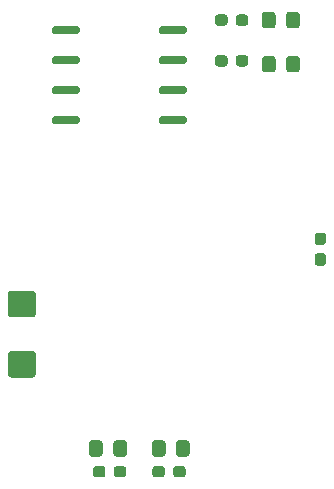
<source format=gbr>
%TF.GenerationSoftware,KiCad,Pcbnew,5.1.10*%
%TF.CreationDate,2021-08-09T17:29:30+03:00*%
%TF.ProjectId,stm32,73746d33-322e-46b6-9963-61645f706362,rev?*%
%TF.SameCoordinates,Original*%
%TF.FileFunction,Paste,Bot*%
%TF.FilePolarity,Positive*%
%FSLAX46Y46*%
G04 Gerber Fmt 4.6, Leading zero omitted, Abs format (unit mm)*
G04 Created by KiCad (PCBNEW 5.1.10) date 2021-08-09 17:29:30*
%MOMM*%
%LPD*%
G01*
G04 APERTURE LIST*
G04 APERTURE END LIST*
%TO.C,C2*%
G36*
G01*
X94549800Y-116556800D02*
X94549800Y-116081800D01*
G75*
G02*
X94787300Y-115844300I237500J0D01*
G01*
X95362300Y-115844300D01*
G75*
G02*
X95599800Y-116081800I0J-237500D01*
G01*
X95599800Y-116556800D01*
G75*
G02*
X95362300Y-116794300I-237500J0D01*
G01*
X94787300Y-116794300D01*
G75*
G02*
X94549800Y-116556800I0J237500D01*
G01*
G37*
G36*
G01*
X96299800Y-116556800D02*
X96299800Y-116081800D01*
G75*
G02*
X96537300Y-115844300I237500J0D01*
G01*
X97112300Y-115844300D01*
G75*
G02*
X97349800Y-116081800I0J-237500D01*
G01*
X97349800Y-116556800D01*
G75*
G02*
X97112300Y-116794300I-237500J0D01*
G01*
X96537300Y-116794300D01*
G75*
G02*
X96299800Y-116556800I0J237500D01*
G01*
G37*
%TD*%
%TO.C,C3*%
G36*
G01*
X90570600Y-116081800D02*
X90570600Y-116556800D01*
G75*
G02*
X90333100Y-116794300I-237500J0D01*
G01*
X89758100Y-116794300D01*
G75*
G02*
X89520600Y-116556800I0J237500D01*
G01*
X89520600Y-116081800D01*
G75*
G02*
X89758100Y-115844300I237500J0D01*
G01*
X90333100Y-115844300D01*
G75*
G02*
X90570600Y-116081800I0J-237500D01*
G01*
G37*
G36*
G01*
X92320600Y-116081800D02*
X92320600Y-116556800D01*
G75*
G02*
X92083100Y-116794300I-237500J0D01*
G01*
X91508100Y-116794300D01*
G75*
G02*
X91270600Y-116556800I0J237500D01*
G01*
X91270600Y-116081800D01*
G75*
G02*
X91508100Y-115844300I237500J0D01*
G01*
X92083100Y-115844300D01*
G75*
G02*
X92320600Y-116081800I0J-237500D01*
G01*
G37*
%TD*%
%TO.C,C13*%
G36*
G01*
X84414801Y-108348400D02*
X82564799Y-108348400D01*
G75*
G02*
X82314800Y-108098401I0J249999D01*
G01*
X82314800Y-106348399D01*
G75*
G02*
X82564799Y-106098400I249999J0D01*
G01*
X84414801Y-106098400D01*
G75*
G02*
X84664800Y-106348399I0J-249999D01*
G01*
X84664800Y-108098401D01*
G75*
G02*
X84414801Y-108348400I-249999J0D01*
G01*
G37*
G36*
G01*
X84414801Y-103248400D02*
X82564799Y-103248400D01*
G75*
G02*
X82314800Y-102998401I0J249999D01*
G01*
X82314800Y-101248399D01*
G75*
G02*
X82564799Y-100998400I249999J0D01*
G01*
X84414801Y-100998400D01*
G75*
G02*
X84664800Y-101248399I0J-249999D01*
G01*
X84664800Y-102998401D01*
G75*
G02*
X84414801Y-103248400I-249999J0D01*
G01*
G37*
%TD*%
%TO.C,D1*%
G36*
G01*
X103819000Y-78529601D02*
X103819000Y-77629599D01*
G75*
G02*
X104068999Y-77379600I249999J0D01*
G01*
X104719001Y-77379600D01*
G75*
G02*
X104969000Y-77629599I0J-249999D01*
G01*
X104969000Y-78529601D01*
G75*
G02*
X104719001Y-78779600I-249999J0D01*
G01*
X104068999Y-78779600D01*
G75*
G02*
X103819000Y-78529601I0J249999D01*
G01*
G37*
G36*
G01*
X105869000Y-78529601D02*
X105869000Y-77629599D01*
G75*
G02*
X106118999Y-77379600I249999J0D01*
G01*
X106769001Y-77379600D01*
G75*
G02*
X107019000Y-77629599I0J-249999D01*
G01*
X107019000Y-78529601D01*
G75*
G02*
X106769001Y-78779600I-249999J0D01*
G01*
X106118999Y-78779600D01*
G75*
G02*
X105869000Y-78529601I0J249999D01*
G01*
G37*
%TD*%
%TO.C,D3*%
G36*
G01*
X103819000Y-82263401D02*
X103819000Y-81363399D01*
G75*
G02*
X104068999Y-81113400I249999J0D01*
G01*
X104719001Y-81113400D01*
G75*
G02*
X104969000Y-81363399I0J-249999D01*
G01*
X104969000Y-82263401D01*
G75*
G02*
X104719001Y-82513400I-249999J0D01*
G01*
X104068999Y-82513400D01*
G75*
G02*
X103819000Y-82263401I0J249999D01*
G01*
G37*
G36*
G01*
X105869000Y-82263401D02*
X105869000Y-81363399D01*
G75*
G02*
X106118999Y-81113400I249999J0D01*
G01*
X106769001Y-81113400D01*
G75*
G02*
X107019000Y-81363399I0J-249999D01*
G01*
X107019000Y-82263401D01*
G75*
G02*
X106769001Y-82513400I-249999J0D01*
G01*
X106118999Y-82513400D01*
G75*
G02*
X105869000Y-82263401I0J249999D01*
G01*
G37*
%TD*%
%TO.C,D4*%
G36*
G01*
X96554600Y-114800801D02*
X96554600Y-113900799D01*
G75*
G02*
X96804599Y-113650800I249999J0D01*
G01*
X97454601Y-113650800D01*
G75*
G02*
X97704600Y-113900799I0J-249999D01*
G01*
X97704600Y-114800801D01*
G75*
G02*
X97454601Y-115050800I-249999J0D01*
G01*
X96804599Y-115050800D01*
G75*
G02*
X96554600Y-114800801I0J249999D01*
G01*
G37*
G36*
G01*
X94504600Y-114800801D02*
X94504600Y-113900799D01*
G75*
G02*
X94754599Y-113650800I249999J0D01*
G01*
X95404601Y-113650800D01*
G75*
G02*
X95654600Y-113900799I0J-249999D01*
G01*
X95654600Y-114800801D01*
G75*
G02*
X95404601Y-115050800I-249999J0D01*
G01*
X94754599Y-115050800D01*
G75*
G02*
X94504600Y-114800801I0J249999D01*
G01*
G37*
%TD*%
%TO.C,D6*%
G36*
G01*
X90338600Y-113900799D02*
X90338600Y-114800801D01*
G75*
G02*
X90088601Y-115050800I-249999J0D01*
G01*
X89438599Y-115050800D01*
G75*
G02*
X89188600Y-114800801I0J249999D01*
G01*
X89188600Y-113900799D01*
G75*
G02*
X89438599Y-113650800I249999J0D01*
G01*
X90088601Y-113650800D01*
G75*
G02*
X90338600Y-113900799I0J-249999D01*
G01*
G37*
G36*
G01*
X92388600Y-113900799D02*
X92388600Y-114800801D01*
G75*
G02*
X92138601Y-115050800I-249999J0D01*
G01*
X91488599Y-115050800D01*
G75*
G02*
X91238600Y-114800801I0J249999D01*
G01*
X91238600Y-113900799D01*
G75*
G02*
X91488599Y-113650800I249999J0D01*
G01*
X92138601Y-113650800D01*
G75*
G02*
X92388600Y-113900799I0J-249999D01*
G01*
G37*
%TD*%
%TO.C,R17*%
G36*
G01*
X108525300Y-96071200D02*
X109000300Y-96071200D01*
G75*
G02*
X109237800Y-96308700I0J-237500D01*
G01*
X109237800Y-96883700D01*
G75*
G02*
X109000300Y-97121200I-237500J0D01*
G01*
X108525300Y-97121200D01*
G75*
G02*
X108287800Y-96883700I0J237500D01*
G01*
X108287800Y-96308700D01*
G75*
G02*
X108525300Y-96071200I237500J0D01*
G01*
G37*
G36*
G01*
X108525300Y-97821200D02*
X109000300Y-97821200D01*
G75*
G02*
X109237800Y-98058700I0J-237500D01*
G01*
X109237800Y-98633700D01*
G75*
G02*
X109000300Y-98871200I-237500J0D01*
G01*
X108525300Y-98871200D01*
G75*
G02*
X108287800Y-98633700I0J237500D01*
G01*
X108287800Y-98058700D01*
G75*
G02*
X108525300Y-97821200I237500J0D01*
G01*
G37*
%TD*%
%TO.C,R3*%
G36*
G01*
X100908400Y-77842100D02*
X100908400Y-78317100D01*
G75*
G02*
X100670900Y-78554600I-237500J0D01*
G01*
X100095900Y-78554600D01*
G75*
G02*
X99858400Y-78317100I0J237500D01*
G01*
X99858400Y-77842100D01*
G75*
G02*
X100095900Y-77604600I237500J0D01*
G01*
X100670900Y-77604600D01*
G75*
G02*
X100908400Y-77842100I0J-237500D01*
G01*
G37*
G36*
G01*
X102658400Y-77842100D02*
X102658400Y-78317100D01*
G75*
G02*
X102420900Y-78554600I-237500J0D01*
G01*
X101845900Y-78554600D01*
G75*
G02*
X101608400Y-78317100I0J237500D01*
G01*
X101608400Y-77842100D01*
G75*
G02*
X101845900Y-77604600I237500J0D01*
G01*
X102420900Y-77604600D01*
G75*
G02*
X102658400Y-77842100I0J-237500D01*
G01*
G37*
%TD*%
%TO.C,R13*%
G36*
G01*
X102658400Y-81296500D02*
X102658400Y-81771500D01*
G75*
G02*
X102420900Y-82009000I-237500J0D01*
G01*
X101845900Y-82009000D01*
G75*
G02*
X101608400Y-81771500I0J237500D01*
G01*
X101608400Y-81296500D01*
G75*
G02*
X101845900Y-81059000I237500J0D01*
G01*
X102420900Y-81059000D01*
G75*
G02*
X102658400Y-81296500I0J-237500D01*
G01*
G37*
G36*
G01*
X100908400Y-81296500D02*
X100908400Y-81771500D01*
G75*
G02*
X100670900Y-82009000I-237500J0D01*
G01*
X100095900Y-82009000D01*
G75*
G02*
X99858400Y-81771500I0J237500D01*
G01*
X99858400Y-81296500D01*
G75*
G02*
X100095900Y-81059000I237500J0D01*
G01*
X100670900Y-81059000D01*
G75*
G02*
X100908400Y-81296500I0J-237500D01*
G01*
G37*
%TD*%
%TO.C,U1*%
G36*
G01*
X97444800Y-78780700D02*
X97444800Y-79105700D01*
G75*
G02*
X97282300Y-79268200I-162500J0D01*
G01*
X95257300Y-79268200D01*
G75*
G02*
X95094800Y-79105700I0J162500D01*
G01*
X95094800Y-78780700D01*
G75*
G02*
X95257300Y-78618200I162500J0D01*
G01*
X97282300Y-78618200D01*
G75*
G02*
X97444800Y-78780700I0J-162500D01*
G01*
G37*
G36*
G01*
X97444800Y-81320700D02*
X97444800Y-81645700D01*
G75*
G02*
X97282300Y-81808200I-162500J0D01*
G01*
X95257300Y-81808200D01*
G75*
G02*
X95094800Y-81645700I0J162500D01*
G01*
X95094800Y-81320700D01*
G75*
G02*
X95257300Y-81158200I162500J0D01*
G01*
X97282300Y-81158200D01*
G75*
G02*
X97444800Y-81320700I0J-162500D01*
G01*
G37*
G36*
G01*
X97444800Y-83860700D02*
X97444800Y-84185700D01*
G75*
G02*
X97282300Y-84348200I-162500J0D01*
G01*
X95257300Y-84348200D01*
G75*
G02*
X95094800Y-84185700I0J162500D01*
G01*
X95094800Y-83860700D01*
G75*
G02*
X95257300Y-83698200I162500J0D01*
G01*
X97282300Y-83698200D01*
G75*
G02*
X97444800Y-83860700I0J-162500D01*
G01*
G37*
G36*
G01*
X97444800Y-86400700D02*
X97444800Y-86725700D01*
G75*
G02*
X97282300Y-86888200I-162500J0D01*
G01*
X95257300Y-86888200D01*
G75*
G02*
X95094800Y-86725700I0J162500D01*
G01*
X95094800Y-86400700D01*
G75*
G02*
X95257300Y-86238200I162500J0D01*
G01*
X97282300Y-86238200D01*
G75*
G02*
X97444800Y-86400700I0J-162500D01*
G01*
G37*
G36*
G01*
X88394800Y-86400700D02*
X88394800Y-86725700D01*
G75*
G02*
X88232300Y-86888200I-162500J0D01*
G01*
X86207300Y-86888200D01*
G75*
G02*
X86044800Y-86725700I0J162500D01*
G01*
X86044800Y-86400700D01*
G75*
G02*
X86207300Y-86238200I162500J0D01*
G01*
X88232300Y-86238200D01*
G75*
G02*
X88394800Y-86400700I0J-162500D01*
G01*
G37*
G36*
G01*
X88394800Y-83860700D02*
X88394800Y-84185700D01*
G75*
G02*
X88232300Y-84348200I-162500J0D01*
G01*
X86207300Y-84348200D01*
G75*
G02*
X86044800Y-84185700I0J162500D01*
G01*
X86044800Y-83860700D01*
G75*
G02*
X86207300Y-83698200I162500J0D01*
G01*
X88232300Y-83698200D01*
G75*
G02*
X88394800Y-83860700I0J-162500D01*
G01*
G37*
G36*
G01*
X88394800Y-81320700D02*
X88394800Y-81645700D01*
G75*
G02*
X88232300Y-81808200I-162500J0D01*
G01*
X86207300Y-81808200D01*
G75*
G02*
X86044800Y-81645700I0J162500D01*
G01*
X86044800Y-81320700D01*
G75*
G02*
X86207300Y-81158200I162500J0D01*
G01*
X88232300Y-81158200D01*
G75*
G02*
X88394800Y-81320700I0J-162500D01*
G01*
G37*
G36*
G01*
X88394800Y-78780700D02*
X88394800Y-79105700D01*
G75*
G02*
X88232300Y-79268200I-162500J0D01*
G01*
X86207300Y-79268200D01*
G75*
G02*
X86044800Y-79105700I0J162500D01*
G01*
X86044800Y-78780700D01*
G75*
G02*
X86207300Y-78618200I162500J0D01*
G01*
X88232300Y-78618200D01*
G75*
G02*
X88394800Y-78780700I0J-162500D01*
G01*
G37*
%TD*%
M02*

</source>
